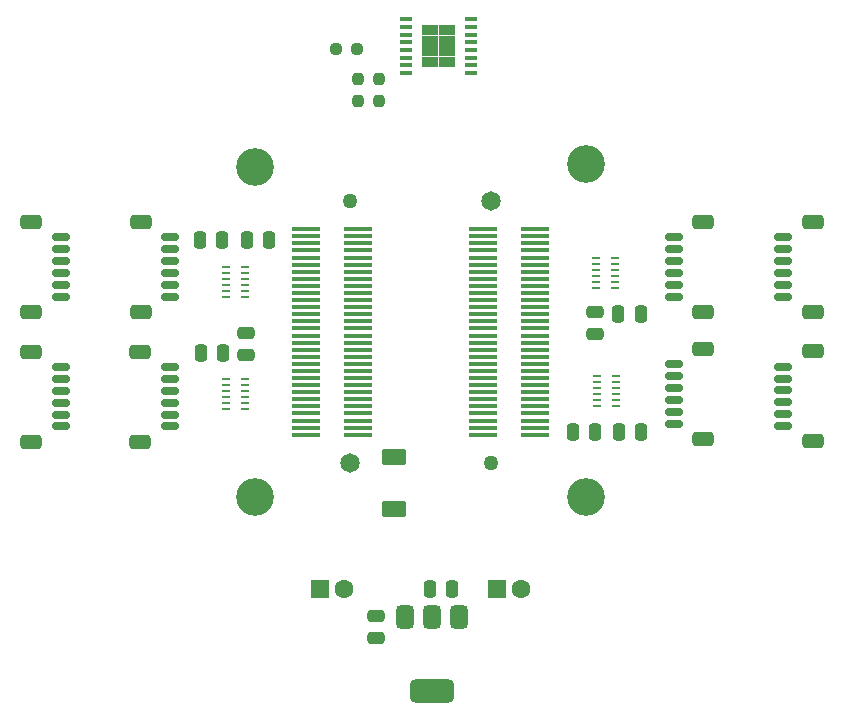
<source format=gbr>
%TF.GenerationSoftware,KiCad,Pcbnew,8.0.8*%
%TF.CreationDate,2025-02-10T22:14:39-08:00*%
%TF.ProjectId,CMOD_A7_Lower,434d4f44-5f41-4375-9f4c-6f7765722e6b,rev?*%
%TF.SameCoordinates,Original*%
%TF.FileFunction,Soldermask,Top*%
%TF.FilePolarity,Negative*%
%FSLAX46Y46*%
G04 Gerber Fmt 4.6, Leading zero omitted, Abs format (unit mm)*
G04 Created by KiCad (PCBNEW 8.0.8) date 2025-02-10 22:14:39*
%MOMM*%
%LPD*%
G01*
G04 APERTURE LIST*
G04 Aperture macros list*
%AMRoundRect*
0 Rectangle with rounded corners*
0 $1 Rounding radius*
0 $2 $3 $4 $5 $6 $7 $8 $9 X,Y pos of 4 corners*
0 Add a 4 corners polygon primitive as box body*
4,1,4,$2,$3,$4,$5,$6,$7,$8,$9,$2,$3,0*
0 Add four circle primitives for the rounded corners*
1,1,$1+$1,$2,$3*
1,1,$1+$1,$4,$5*
1,1,$1+$1,$6,$7*
1,1,$1+$1,$8,$9*
0 Add four rect primitives between the rounded corners*
20,1,$1+$1,$2,$3,$4,$5,0*
20,1,$1+$1,$4,$5,$6,$7,0*
20,1,$1+$1,$6,$7,$8,$9,0*
20,1,$1+$1,$8,$9,$2,$3,0*%
G04 Aperture macros list end*
%ADD10R,1.600000X1.600000*%
%ADD11C,1.600000*%
%ADD12C,3.200000*%
%ADD13RoundRect,0.150000X0.625000X-0.150000X0.625000X0.150000X-0.625000X0.150000X-0.625000X-0.150000X0*%
%ADD14RoundRect,0.250000X0.650000X-0.350000X0.650000X0.350000X-0.650000X0.350000X-0.650000X-0.350000X0*%
%ADD15R,2.438400X0.381000*%
%ADD16C,1.651000*%
%ADD17C,1.270000*%
%ADD18RoundRect,0.250000X-0.250000X-0.475000X0.250000X-0.475000X0.250000X0.475000X-0.250000X0.475000X0*%
%ADD19RoundRect,0.250000X-0.475000X0.250000X-0.475000X-0.250000X0.475000X-0.250000X0.475000X0.250000X0*%
%ADD20RoundRect,0.150000X-0.625000X0.150000X-0.625000X-0.150000X0.625000X-0.150000X0.625000X0.150000X0*%
%ADD21RoundRect,0.250000X-0.650000X0.350000X-0.650000X-0.350000X0.650000X-0.350000X0.650000X0.350000X0*%
%ADD22R,0.700000X0.250000*%
%ADD23RoundRect,0.375000X-0.375000X0.625000X-0.375000X-0.625000X0.375000X-0.625000X0.375000X0.625000X0*%
%ADD24RoundRect,0.500000X-1.400000X0.500000X-1.400000X-0.500000X1.400000X-0.500000X1.400000X0.500000X0*%
%ADD25RoundRect,0.237500X0.237500X-0.250000X0.237500X0.250000X-0.237500X0.250000X-0.237500X-0.250000X0*%
%ADD26RoundRect,0.250000X0.800000X-0.450000X0.800000X0.450000X-0.800000X0.450000X-0.800000X-0.450000X0*%
%ADD27R,1.050000X0.450000*%
%ADD28R,1.470000X0.895000*%
%ADD29RoundRect,0.250000X0.250000X0.475000X-0.250000X0.475000X-0.250000X-0.475000X0.250000X-0.475000X0*%
%ADD30RoundRect,0.237500X-0.250000X-0.237500X0.250000X-0.237500X0.250000X0.237500X-0.250000X0.237500X0*%
%ADD31RoundRect,0.250000X0.475000X-0.250000X0.475000X0.250000X-0.475000X0.250000X-0.475000X-0.250000X0*%
G04 APERTURE END LIST*
D10*
%TO.C,C10*%
X92500000Y-109750000D03*
D11*
X94500000Y-109750000D03*
%TD*%
D10*
%TO.C,C9*%
X77500000Y-109750000D03*
D11*
X79500000Y-109750000D03*
%TD*%
D12*
%TO.C,H1*%
X72000000Y-102000000D03*
%TD*%
D13*
%TO.C,J3*%
X55575000Y-96000000D03*
X55575000Y-95000000D03*
X55575000Y-94000000D03*
X55575000Y-93000000D03*
X55575000Y-92000000D03*
X55575000Y-91000000D03*
D14*
X53050000Y-97300000D03*
X53050000Y-89700000D03*
%TD*%
D15*
%TO.C,J19*%
X95724999Y-79300001D03*
X95724999Y-79899999D03*
X95724999Y-80500001D03*
X95724999Y-81099999D03*
X95724999Y-81700001D03*
X95724999Y-82300000D03*
X95724999Y-82900001D03*
X95724999Y-83500000D03*
X95724999Y-84100001D03*
X95724999Y-84700000D03*
X95724999Y-85300001D03*
X95724999Y-85900000D03*
X95724999Y-86500001D03*
X95724999Y-87100000D03*
X95724999Y-87700001D03*
X95724999Y-88300000D03*
X95724999Y-88900002D03*
X95724999Y-89500000D03*
X95724999Y-90100002D03*
X95724999Y-90700001D03*
X95724999Y-91300002D03*
X95724999Y-91900001D03*
X95724999Y-92500002D03*
X95724999Y-93100001D03*
X95724999Y-93700002D03*
X95724999Y-94300001D03*
X95724999Y-94900002D03*
X95724999Y-95500001D03*
X95724999Y-96100002D03*
X95724999Y-96700001D03*
X91275001Y-96700001D03*
X91275001Y-96100002D03*
X91275001Y-95500001D03*
X91275001Y-94900002D03*
X91275001Y-94300001D03*
X91275001Y-93700002D03*
X91275001Y-93100001D03*
X91275001Y-92500002D03*
X91275001Y-91900001D03*
X91275001Y-91300002D03*
X91275001Y-90700001D03*
X91275001Y-90100002D03*
X91275001Y-89500000D03*
X91275001Y-88900002D03*
X91275001Y-88300000D03*
X91275001Y-87700001D03*
X91275001Y-87100000D03*
X91275001Y-86500001D03*
X91275001Y-85900000D03*
X91275001Y-85300001D03*
X91275001Y-84700000D03*
X91275001Y-84100001D03*
X91275001Y-83500000D03*
X91275001Y-82900001D03*
X91275001Y-82300000D03*
X91275001Y-81700001D03*
X91275001Y-81099999D03*
X91275001Y-80500001D03*
X91275001Y-79899999D03*
X91275001Y-79300001D03*
D16*
X91999876Y-76899992D03*
D17*
X91999876Y-99100055D03*
%TD*%
D18*
%TO.C,C2*%
X71300000Y-80250000D03*
X73200000Y-80250000D03*
%TD*%
D19*
%TO.C,C11*%
X82250000Y-112050000D03*
X82250000Y-113950000D03*
%TD*%
D20*
%TO.C,J2*%
X116725000Y-90950000D03*
X116725000Y-91950000D03*
X116725000Y-92950000D03*
X116725000Y-93950000D03*
X116725000Y-94950000D03*
X116725000Y-95950000D03*
D21*
X119250000Y-89650000D03*
X119250000Y-97250000D03*
%TD*%
D13*
%TO.C,J1*%
X64775000Y-96000000D03*
X64775000Y-95000000D03*
X64775000Y-94000000D03*
X64775000Y-93000000D03*
X64775000Y-92000000D03*
X64775000Y-91000000D03*
D14*
X62250000Y-97300000D03*
X62250000Y-89700000D03*
%TD*%
D12*
%TO.C,H4*%
X100000000Y-102000000D03*
%TD*%
D15*
%TO.C,J18*%
X76275001Y-96699999D03*
X76275001Y-96100001D03*
X76275001Y-95499999D03*
X76275001Y-94900001D03*
X76275001Y-94299999D03*
X76275001Y-93700000D03*
X76275001Y-93099999D03*
X76275001Y-92500000D03*
X76275001Y-91899999D03*
X76275001Y-91300000D03*
X76275001Y-90699999D03*
X76275001Y-90100000D03*
X76275001Y-89499999D03*
X76275001Y-88900000D03*
X76275001Y-88299999D03*
X76275001Y-87700000D03*
X76275001Y-87099998D03*
X76275001Y-86500000D03*
X76275001Y-85899998D03*
X76275001Y-85299999D03*
X76275001Y-84699998D03*
X76275001Y-84099999D03*
X76275001Y-83499998D03*
X76275001Y-82899999D03*
X76275001Y-82299998D03*
X76275001Y-81699999D03*
X76275001Y-81099998D03*
X76275001Y-80499999D03*
X76275001Y-79899998D03*
X76275001Y-79299999D03*
X80724999Y-79299999D03*
X80724999Y-79899998D03*
X80724999Y-80499999D03*
X80724999Y-81099998D03*
X80724999Y-81699999D03*
X80724999Y-82299998D03*
X80724999Y-82899999D03*
X80724999Y-83499998D03*
X80724999Y-84099999D03*
X80724999Y-84699998D03*
X80724999Y-85299999D03*
X80724999Y-85899998D03*
X80724999Y-86500000D03*
X80724999Y-87099998D03*
X80724999Y-87700000D03*
X80724999Y-88299999D03*
X80724999Y-88900000D03*
X80724999Y-89499999D03*
X80724999Y-90100000D03*
X80724999Y-90699999D03*
X80724999Y-91300000D03*
X80724999Y-91899999D03*
X80724999Y-92500000D03*
X80724999Y-93099999D03*
X80724999Y-93700000D03*
X80724999Y-94299999D03*
X80724999Y-94900001D03*
X80724999Y-95499999D03*
X80724999Y-96100001D03*
X80724999Y-96699999D03*
D16*
X80000124Y-99100008D03*
D17*
X80000124Y-76899945D03*
%TD*%
D22*
%TO.C,U2*%
X102500000Y-84250000D03*
X102500000Y-83750000D03*
X102500000Y-83250000D03*
X102500000Y-82750000D03*
X102500000Y-82250000D03*
X102500000Y-81750000D03*
X100900000Y-81750000D03*
X100900000Y-82250000D03*
X100900000Y-82750000D03*
X100900000Y-83250000D03*
X100900000Y-83750000D03*
X100900000Y-84250000D03*
%TD*%
D18*
%TO.C,C7*%
X102750000Y-86500000D03*
X104650000Y-86500000D03*
%TD*%
D13*
%TO.C,J5*%
X64825000Y-85000000D03*
X64825000Y-84000000D03*
X64825000Y-83000000D03*
X64825000Y-82000000D03*
X64825000Y-81000000D03*
X64825000Y-80000000D03*
D14*
X62300000Y-86300000D03*
X62300000Y-78700000D03*
%TD*%
D23*
%TO.C,U7*%
X89300000Y-112100000D03*
X87000000Y-112100000D03*
D24*
X87000000Y-118400000D03*
D23*
X84700000Y-112100000D03*
%TD*%
D22*
%TO.C,U3*%
X69500000Y-92000000D03*
X69500000Y-92500000D03*
X69500000Y-93000000D03*
X69500000Y-93500000D03*
X69500000Y-94000000D03*
X69500000Y-94500000D03*
X71100000Y-94500000D03*
X71100000Y-94000000D03*
X71100000Y-93500000D03*
X71100000Y-93000000D03*
X71100000Y-92500000D03*
X71100000Y-92000000D03*
%TD*%
D12*
%TO.C,H3*%
X100000000Y-73750000D03*
%TD*%
D20*
%TO.C,J8*%
X107425000Y-80000000D03*
X107425000Y-81000000D03*
X107425000Y-82000000D03*
X107425000Y-83000000D03*
X107425000Y-84000000D03*
X107425000Y-85000000D03*
D21*
X109950000Y-78700000D03*
X109950000Y-86300000D03*
%TD*%
D25*
%TO.C,R9*%
X82500000Y-68412500D03*
X82500000Y-66587500D03*
%TD*%
D18*
%TO.C,C12*%
X88700000Y-109750000D03*
X86800000Y-109750000D03*
%TD*%
%TO.C,C5*%
X102800000Y-96500000D03*
X104700000Y-96500000D03*
%TD*%
D22*
%TO.C,U4*%
X102550000Y-94250000D03*
X102550000Y-93750000D03*
X102550000Y-93250000D03*
X102550000Y-92750000D03*
X102550000Y-92250000D03*
X102550000Y-91750000D03*
X100950000Y-91750000D03*
X100950000Y-92250000D03*
X100950000Y-92750000D03*
X100950000Y-93250000D03*
X100950000Y-93750000D03*
X100950000Y-94250000D03*
%TD*%
%TO.C,U1*%
X69500000Y-82500000D03*
X69500000Y-83000000D03*
X69500000Y-83500000D03*
X69500000Y-84000000D03*
X69500000Y-84500000D03*
X69500000Y-85000000D03*
X71100000Y-85000000D03*
X71100000Y-84500000D03*
X71100000Y-84000000D03*
X71100000Y-83500000D03*
X71100000Y-83000000D03*
X71100000Y-82500000D03*
%TD*%
D19*
%TO.C,C8*%
X100750000Y-86300000D03*
X100750000Y-88200000D03*
%TD*%
D26*
%TO.C,D1*%
X83750000Y-102950000D03*
X83750000Y-98550000D03*
%TD*%
D25*
%TO.C,R10*%
X80750000Y-68412500D03*
X80750000Y-66587500D03*
%TD*%
D27*
%TO.C,U6*%
X90290000Y-66077500D03*
X90290000Y-65427500D03*
X90290000Y-64777500D03*
X90290000Y-64127500D03*
X90290000Y-63477500D03*
X90290000Y-62827500D03*
X90290000Y-62177500D03*
X90290000Y-61527500D03*
X84740000Y-61527500D03*
X84740000Y-62177500D03*
X84740000Y-62827500D03*
X84740000Y-63477500D03*
X84740000Y-64127500D03*
X84740000Y-64777500D03*
X84740000Y-65427500D03*
X84740000Y-66077500D03*
D28*
X88250000Y-65145000D03*
X88250000Y-64250000D03*
X88250000Y-63355000D03*
X88250000Y-62460000D03*
X86780000Y-65145000D03*
X86780000Y-64250000D03*
X86780000Y-63355000D03*
X86780000Y-62460000D03*
%TD*%
D20*
%TO.C,J4*%
X107425000Y-90750000D03*
X107425000Y-91750000D03*
X107425000Y-92750000D03*
X107425000Y-93750000D03*
X107425000Y-94750000D03*
X107425000Y-95750000D03*
D21*
X109950000Y-89450000D03*
X109950000Y-97050000D03*
%TD*%
D12*
%TO.C,H2*%
X72000000Y-74000000D03*
%TD*%
D13*
%TO.C,J7*%
X55525000Y-85000000D03*
X55525000Y-84000000D03*
X55525000Y-83000000D03*
X55525000Y-82000000D03*
X55525000Y-81000000D03*
X55525000Y-80000000D03*
D14*
X53000000Y-86300000D03*
X53000000Y-78700000D03*
%TD*%
D29*
%TO.C,C6*%
X100800000Y-96500000D03*
X98900000Y-96500000D03*
%TD*%
%TO.C,C3*%
X69300000Y-89750000D03*
X67400000Y-89750000D03*
%TD*%
D20*
%TO.C,J6*%
X116725000Y-80000000D03*
X116725000Y-81000000D03*
X116725000Y-82000000D03*
X116725000Y-83000000D03*
X116725000Y-84000000D03*
X116725000Y-85000000D03*
D21*
X119250000Y-78700000D03*
X119250000Y-86300000D03*
%TD*%
D30*
%TO.C,R11*%
X78837500Y-64000000D03*
X80662500Y-64000000D03*
%TD*%
D29*
%TO.C,C1*%
X69200000Y-80250000D03*
X67300000Y-80250000D03*
%TD*%
D31*
%TO.C,C4*%
X71250000Y-89950000D03*
X71250000Y-88050000D03*
%TD*%
M02*

</source>
